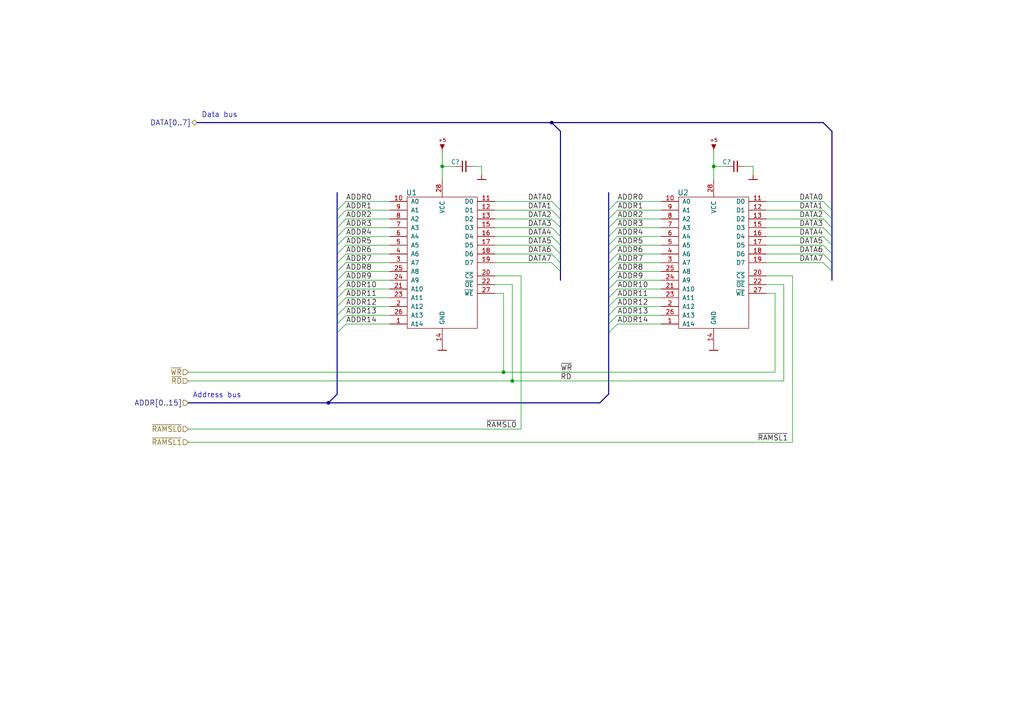
<source format=kicad_sch>
(kicad_sch (version 20211123) (generator eeschema)

  (uuid fdd41a68-206a-4076-b64a-8b7633d428d6)

  (paper "A4")

  (lib_symbols
    (symbol "artemisa:62256" (pin_names (offset 1.016)) (in_bom yes) (on_board yes)
      (property "Reference" "U" (id 0) (at -8.89 22.86 0)
        (effects (font (size 1.524 1.524)))
      )
      (property "Value" "62256" (id 1) (at 12.7 22.86 0)
        (effects (font (size 1.524 1.524)))
      )
      (property "Footprint" "" (id 2) (at 0 -3.81 0)
        (effects (font (size 1.524 1.524)) hide)
      )
      (property "Datasheet" "" (id 3) (at 0 -3.81 0)
        (effects (font (size 1.524 1.524)) hide)
      )
      (symbol "62256_0_1"
        (rectangle (start -10.16 20.32) (end 10.16 -17.78)
          (stroke (width 0) (type default) (color 0 0 0 0))
          (fill (type none))
        )
      )
      (symbol "62256_1_1"
        (pin input line (at -15.24 -16.51 0) (length 5.08)
          (name "A14" (effects (font (size 1.27 1.27))))
          (number "1" (effects (font (size 1.27 1.27))))
        )
        (pin input line (at -15.24 19.05 0) (length 5.08)
          (name "A0" (effects (font (size 1.27 1.27))))
          (number "10" (effects (font (size 1.27 1.27))))
        )
        (pin bidirectional line (at 15.24 19.05 180) (length 5.08)
          (name "D0" (effects (font (size 1.27 1.27))))
          (number "11" (effects (font (size 1.27 1.27))))
        )
        (pin bidirectional line (at 15.24 16.51 180) (length 5.08)
          (name "D1" (effects (font (size 1.27 1.27))))
          (number "12" (effects (font (size 1.27 1.27))))
        )
        (pin bidirectional line (at 15.24 13.97 180) (length 5.08)
          (name "D2" (effects (font (size 1.27 1.27))))
          (number "13" (effects (font (size 1.27 1.27))))
        )
        (pin power_in line (at 0 -22.86 90) (length 5.08)
          (name "GND" (effects (font (size 1.27 1.27))))
          (number "14" (effects (font (size 1.27 1.27))))
        )
        (pin bidirectional line (at 15.24 11.43 180) (length 5.08)
          (name "D3" (effects (font (size 1.27 1.27))))
          (number "15" (effects (font (size 1.27 1.27))))
        )
        (pin bidirectional line (at 15.24 8.89 180) (length 5.08)
          (name "D4" (effects (font (size 1.27 1.27))))
          (number "16" (effects (font (size 1.27 1.27))))
        )
        (pin bidirectional line (at 15.24 6.35 180) (length 5.08)
          (name "D5" (effects (font (size 1.27 1.27))))
          (number "17" (effects (font (size 1.27 1.27))))
        )
        (pin bidirectional line (at 15.24 3.81 180) (length 5.08)
          (name "D6" (effects (font (size 1.27 1.27))))
          (number "18" (effects (font (size 1.27 1.27))))
        )
        (pin bidirectional line (at 15.24 1.27 180) (length 5.08)
          (name "D7" (effects (font (size 1.27 1.27))))
          (number "19" (effects (font (size 1.27 1.27))))
        )
        (pin input line (at -15.24 -11.43 0) (length 5.08)
          (name "A12" (effects (font (size 1.27 1.27))))
          (number "2" (effects (font (size 1.27 1.27))))
        )
        (pin input line (at 15.24 -2.54 180) (length 5.08)
          (name "~{CS}" (effects (font (size 1.27 1.27))))
          (number "20" (effects (font (size 1.27 1.27))))
        )
        (pin input line (at -15.24 -6.35 0) (length 5.08)
          (name "A10" (effects (font (size 1.27 1.27))))
          (number "21" (effects (font (size 1.27 1.27))))
        )
        (pin input line (at 15.24 -5.08 180) (length 5.08)
          (name "~{OE}" (effects (font (size 1.27 1.27))))
          (number "22" (effects (font (size 1.27 1.27))))
        )
        (pin input line (at -15.24 -8.89 0) (length 5.08)
          (name "A11" (effects (font (size 1.27 1.27))))
          (number "23" (effects (font (size 1.27 1.27))))
        )
        (pin input line (at -15.24 -3.81 0) (length 5.08)
          (name "A9" (effects (font (size 1.27 1.27))))
          (number "24" (effects (font (size 1.27 1.27))))
        )
        (pin input line (at -15.24 -1.27 0) (length 5.08)
          (name "A8" (effects (font (size 1.27 1.27))))
          (number "25" (effects (font (size 1.27 1.27))))
        )
        (pin input line (at -15.24 -13.97 0) (length 5.08)
          (name "A13" (effects (font (size 1.27 1.27))))
          (number "26" (effects (font (size 1.27 1.27))))
        )
        (pin input line (at 15.24 -7.62 180) (length 5.08)
          (name "~{WE}" (effects (font (size 1.27 1.27))))
          (number "27" (effects (font (size 1.27 1.27))))
        )
        (pin power_in line (at 0 25.4 270) (length 5.08)
          (name "VCC" (effects (font (size 1.27 1.27))))
          (number "28" (effects (font (size 1.27 1.27))))
        )
        (pin input line (at -15.24 1.27 0) (length 5.08)
          (name "A7" (effects (font (size 1.27 1.27))))
          (number "3" (effects (font (size 1.27 1.27))))
        )
        (pin input line (at -15.24 3.81 0) (length 5.08)
          (name "A6" (effects (font (size 1.27 1.27))))
          (number "4" (effects (font (size 1.27 1.27))))
        )
        (pin input line (at -15.24 6.35 0) (length 5.08)
          (name "A5" (effects (font (size 1.27 1.27))))
          (number "5" (effects (font (size 1.27 1.27))))
        )
        (pin input line (at -15.24 8.89 0) (length 5.08)
          (name "A4" (effects (font (size 1.27 1.27))))
          (number "6" (effects (font (size 1.27 1.27))))
        )
        (pin input line (at -15.24 11.43 0) (length 5.08)
          (name "A3" (effects (font (size 1.27 1.27))))
          (number "7" (effects (font (size 1.27 1.27))))
        )
        (pin input line (at -15.24 13.97 0) (length 5.08)
          (name "A2" (effects (font (size 1.27 1.27))))
          (number "8" (effects (font (size 1.27 1.27))))
        )
        (pin input line (at -15.24 16.51 0) (length 5.08)
          (name "A1" (effects (font (size 1.27 1.27))))
          (number "9" (effects (font (size 1.27 1.27))))
        )
      )
    )
    (symbol "artemisa:Cap" (pin_numbers hide) (pin_names (offset 0.254) hide) (in_bom yes) (on_board yes)
      (property "Reference" "C" (id 0) (at 0.254 1.778 0)
        (effects (font (size 1.27 1.27)) (justify left))
      )
      (property "Value" "Cap" (id 1) (at 0.254 -2.032 0)
        (effects (font (size 1.27 1.27)) (justify left))
      )
      (property "Footprint" "" (id 2) (at 0 0 0)
        (effects (font (size 1.27 1.27)) hide)
      )
      (property "Datasheet" "" (id 3) (at 0 0 0)
        (effects (font (size 1.27 1.27)) hide)
      )
      (property "ki_fp_filters" "C_*" (id 4) (at 0 0 0)
        (effects (font (size 1.27 1.27)) hide)
      )
      (symbol "Cap_0_1"
        (polyline
          (pts
            (xy -1.524 -0.508)
            (xy 1.524 -0.508)
          )
          (stroke (width 0.3302) (type default) (color 0 0 0 0))
          (fill (type none))
        )
        (polyline
          (pts
            (xy -1.524 0.508)
            (xy 1.524 0.508)
          )
          (stroke (width 0.3048) (type default) (color 0 0 0 0))
          (fill (type none))
        )
      )
      (symbol "Cap_1_1"
        (pin passive line (at 0 2.54 270) (length 2.032)
          (name "~" (effects (font (size 1.27 1.27))))
          (number "1" (effects (font (size 1.27 1.27))))
        )
        (pin passive line (at 0 -2.54 90) (length 2.032)
          (name "~" (effects (font (size 1.27 1.27))))
          (number "2" (effects (font (size 1.27 1.27))))
        )
      )
    )
    (symbol "artemisa:GND" (power) (pin_numbers hide) (pin_names (offset 0) hide) (in_bom yes) (on_board yes)
      (property "Reference" "#PWR" (id 0) (at 0 -2.54 0)
        (effects (font (size 1.524 1.524)) hide)
      )
      (property "Value" "GND" (id 1) (at 0 2.54 0)
        (effects (font (size 1.524 1.524)) hide)
      )
      (property "Footprint" "" (id 2) (at 0 0 0)
        (effects (font (size 1.524 1.524)) hide)
      )
      (property "Datasheet" "" (id 3) (at 0 0 0)
        (effects (font (size 1.524 1.524)) hide)
      )
      (symbol "GND_0_1"
        (polyline
          (pts
            (xy -1.27 -1.27)
            (xy 1.27 -1.27)
          )
          (stroke (width 0.254) (type default) (color 0 0 0 0))
          (fill (type none))
        )
      )
      (symbol "GND_1_1"
        (pin power_in line (at 0 0 270) (length 1.27)
          (name "GND" (effects (font (size 1.27 1.27))))
          (number "~" (effects (font (size 1.27 1.27))))
        )
      )
    )
    (symbol "artemisa:VCC" (power) (pin_numbers hide) (pin_names (offset 0) hide) (in_bom yes) (on_board yes)
      (property "Reference" "#PWR" (id 0) (at 0 -1.27 0)
        (effects (font (size 1.524 1.524)) hide)
      )
      (property "Value" "VCC" (id 1) (at 0 6.35 0)
        (effects (font (size 1.524 1.524)) hide)
      )
      (property "Footprint" "" (id 2) (at 0 0 0)
        (effects (font (size 1.524 1.524)) hide)
      )
      (property "Datasheet" "" (id 3) (at 0 0 0)
        (effects (font (size 1.524 1.524)) hide)
      )
      (symbol "VCC_0_0"
        (text "+5" (at 0 3.81 0)
          (effects (font (size 1.016 1.016)))
        )
      )
      (symbol "VCC_0_1"
        (polyline
          (pts
            (xy 0 1.27)
            (xy 0.635 2.54)
            (xy -0.635 2.54)
            (xy 0 1.27)
          )
          (stroke (width 0) (type default) (color 0 0 0 0))
          (fill (type outline))
        )
      )
      (symbol "VCC_1_1"
        (pin power_in line (at 0 0 90) (length 1.27)
          (name "~" (effects (font (size 1.27 1.27))))
          (number "~" (effects (font (size 1.27 1.27))))
        )
      )
    )
  )

  (junction (at 148.59 110.49) (diameter 0) (color 0 0 0 0)
    (uuid 08fae221-7b6f-4c57-be73-6210c6206091)
  )
  (junction (at 128.27 48.26) (diameter 0) (color 0 0 0 0)
    (uuid 5a5b7060-983c-4989-878e-3126720e998d)
  )
  (junction (at 146.05 107.95) (diameter 0) (color 0 0 0 0)
    (uuid 8fa4f87a-9012-4f6f-a6c0-ec1c5f716184)
  )
  (junction (at 207.01 48.26) (diameter 0) (color 0 0 0 0)
    (uuid a0af1aa5-82ff-4825-8836-86496e7db65f)
  )
  (junction (at 95.25 116.84) (diameter 0) (color 0 0 0 0)
    (uuid e4195b8f-3996-4a59-b6a1-76534a4e174b)
  )
  (junction (at 160.02 35.56) (diameter 0) (color 0 0 0 0)
    (uuid e8cea180-3543-4ce6-acfb-619197762cfc)
  )

  (bus_entry (at 176.53 86.36) (size 2.54 -2.54)
    (stroke (width 0) (type default) (color 0 0 0 0))
    (uuid 01caafb3-af8a-4642-870c-c290b286d040)
  )
  (bus_entry (at 97.79 73.66) (size 2.54 -2.54)
    (stroke (width 0) (type default) (color 0 0 0 0))
    (uuid 04868f85-bc69-4fa9-8e62-d78ffe5ae58e)
  )
  (bus_entry (at 176.53 83.82) (size 2.54 -2.54)
    (stroke (width 0) (type default) (color 0 0 0 0))
    (uuid 0648b195-3f37-49a2-a952-4c5886b521de)
  )
  (bus_entry (at 160.02 76.2) (size 2.54 2.54)
    (stroke (width 0) (type default) (color 0 0 0 0))
    (uuid 0c345fc5-964b-48c0-9452-55507c868edc)
  )
  (bus_entry (at 238.76 76.2) (size 2.54 2.54)
    (stroke (width 0) (type default) (color 0 0 0 0))
    (uuid 1b8d5810-67b5-41f5-a4e9-e6c2cc9fec50)
  )
  (bus_entry (at 162.56 60.96) (size -2.54 -2.54)
    (stroke (width 0) (type default) (color 0 0 0 0))
    (uuid 224e8890-cdee-45fd-bd2e-64fe49c2de75)
  )
  (bus_entry (at 241.3 63.5) (size -2.54 -2.54)
    (stroke (width 0) (type default) (color 0 0 0 0))
    (uuid 24fbbd33-4896-414c-ba79-167809dd0e90)
  )
  (bus_entry (at 97.79 78.74) (size 2.54 -2.54)
    (stroke (width 0) (type default) (color 0 0 0 0))
    (uuid 2792ed93-89db-4e51-99ff-281323e776eb)
  )
  (bus_entry (at 241.3 66.04) (size -2.54 -2.54)
    (stroke (width 0) (type default) (color 0 0 0 0))
    (uuid 2be498d5-e7b2-4098-b853-d60412f65c3b)
  )
  (bus_entry (at 176.53 81.28) (size 2.54 -2.54)
    (stroke (width 0) (type default) (color 0 0 0 0))
    (uuid 2ca148b4-658e-4a63-ab5c-2e293c8a2284)
  )
  (bus_entry (at 241.3 76.2) (size -2.54 -2.54)
    (stroke (width 0) (type default) (color 0 0 0 0))
    (uuid 2f8dfa45-14b0-4de4-b3b0-e7b73da81a0a)
  )
  (bus_entry (at 97.79 68.58) (size 2.54 -2.54)
    (stroke (width 0) (type default) (color 0 0 0 0))
    (uuid 335263d3-7e35-4a9c-83c2-cd71d45f0688)
  )
  (bus_entry (at 97.79 60.96) (size 2.54 -2.54)
    (stroke (width 0) (type default) (color 0 0 0 0))
    (uuid 33b48673-c959-4510-b6fa-fd3f7bdb00fd)
  )
  (bus_entry (at 176.53 91.44) (size 2.54 -2.54)
    (stroke (width 0) (type default) (color 0 0 0 0))
    (uuid 33b6dbe8-d555-4f35-a63c-27c75fa09ca7)
  )
  (bus_entry (at 176.53 76.2) (size 2.54 -2.54)
    (stroke (width 0) (type default) (color 0 0 0 0))
    (uuid 3662e68b-207e-47a3-930c-038dfd8202b6)
  )
  (bus_entry (at 97.79 76.2) (size 2.54 -2.54)
    (stroke (width 0) (type default) (color 0 0 0 0))
    (uuid 4102ae0e-3d75-40cd-957b-0b4db5d3f5ee)
  )
  (bus_entry (at 162.56 66.04) (size -2.54 -2.54)
    (stroke (width 0) (type default) (color 0 0 0 0))
    (uuid 4612f9f0-1343-4ba7-94dd-7d3e9fc08dad)
  )
  (bus_entry (at 162.56 68.58) (size -2.54 -2.54)
    (stroke (width 0) (type default) (color 0 0 0 0))
    (uuid 4b3cefd2-e7d7-4d25-8bb9-37548c3e8b03)
  )
  (bus_entry (at 179.07 93.98) (size -2.54 2.54)
    (stroke (width 0) (type default) (color 0 0 0 0))
    (uuid 56801e6d-c4ab-4f7b-8289-2119a52fa227)
  )
  (bus_entry (at 176.53 71.12) (size 2.54 -2.54)
    (stroke (width 0) (type default) (color 0 0 0 0))
    (uuid 58c4b7f1-3bfe-4269-af43-3ce726a108d9)
  )
  (bus_entry (at 176.53 73.66) (size 2.54 -2.54)
    (stroke (width 0) (type default) (color 0 0 0 0))
    (uuid 5a29cdb1-72f4-490b-b940-70ed3bd8dac4)
  )
  (bus_entry (at 162.56 71.12) (size -2.54 -2.54)
    (stroke (width 0) (type default) (color 0 0 0 0))
    (uuid 6d401fdd-c1f6-4321-96c4-4843b6143be9)
  )
  (bus_entry (at 176.53 88.9) (size 2.54 -2.54)
    (stroke (width 0) (type default) (color 0 0 0 0))
    (uuid 74d2d2c1-d0d5-412f-ab06-bb67df0a3900)
  )
  (bus_entry (at 241.3 73.66) (size -2.54 -2.54)
    (stroke (width 0) (type default) (color 0 0 0 0))
    (uuid 84282cc7-416d-48c2-ae9f-c0149b35065e)
  )
  (bus_entry (at 97.79 83.82) (size 2.54 -2.54)
    (stroke (width 0) (type default) (color 0 0 0 0))
    (uuid 84315919-677c-4909-a747-2c92c96d5870)
  )
  (bus_entry (at 176.53 63.5) (size 2.54 -2.54)
    (stroke (width 0) (type default) (color 0 0 0 0))
    (uuid 8f2a6709-854c-4caf-959b-d289d2962128)
  )
  (bus_entry (at 97.79 88.9) (size 2.54 -2.54)
    (stroke (width 0) (type default) (color 0 0 0 0))
    (uuid 90207e9d-650a-4c45-b7d5-e506cc85537d)
  )
  (bus_entry (at 162.56 76.2) (size -2.54 -2.54)
    (stroke (width 0) (type default) (color 0 0 0 0))
    (uuid 90671817-460f-456a-a6e3-6cfa468bea55)
  )
  (bus_entry (at 176.53 78.74) (size 2.54 -2.54)
    (stroke (width 0) (type default) (color 0 0 0 0))
    (uuid 95376300-f16d-43b2-b149-df8f49eb2782)
  )
  (bus_entry (at 97.79 71.12) (size 2.54 -2.54)
    (stroke (width 0) (type default) (color 0 0 0 0))
    (uuid 9a88d63d-f7e5-416d-9807-a8e942aef287)
  )
  (bus_entry (at 97.79 66.04) (size 2.54 -2.54)
    (stroke (width 0) (type default) (color 0 0 0 0))
    (uuid a17368fb-646b-4ffd-9057-0994609f8a46)
  )
  (bus_entry (at 241.3 60.96) (size -2.54 -2.54)
    (stroke (width 0) (type default) (color 0 0 0 0))
    (uuid a281de60-7af0-498c-be0b-24572e88b490)
  )
  (bus_entry (at 176.53 68.58) (size 2.54 -2.54)
    (stroke (width 0) (type default) (color 0 0 0 0))
    (uuid a8b5a69a-24fc-4f3a-af15-1ced0fb0d73b)
  )
  (bus_entry (at 97.79 93.98) (size 2.54 -2.54)
    (stroke (width 0) (type default) (color 0 0 0 0))
    (uuid a8cdda0e-7b06-4b92-8078-341b4e32614a)
  )
  (bus_entry (at 97.79 63.5) (size 2.54 -2.54)
    (stroke (width 0) (type default) (color 0 0 0 0))
    (uuid ad2d033c-4040-4813-b5da-82cf827f9d86)
  )
  (bus_entry (at 176.53 66.04) (size 2.54 -2.54)
    (stroke (width 0) (type default) (color 0 0 0 0))
    (uuid b830f01d-0d9c-451a-9ac4-3e5744deb516)
  )
  (bus_entry (at 241.3 68.58) (size -2.54 -2.54)
    (stroke (width 0) (type default) (color 0 0 0 0))
    (uuid c2f8c49f-d49f-49e2-940a-a7b9765ffdf0)
  )
  (bus_entry (at 100.33 93.98) (size -2.54 2.54)
    (stroke (width 0) (type default) (color 0 0 0 0))
    (uuid c78d97f4-1d1b-46c3-bcbb-8424944a8978)
  )
  (bus_entry (at 97.79 81.28) (size 2.54 -2.54)
    (stroke (width 0) (type default) (color 0 0 0 0))
    (uuid cd8c6c53-febf-40c1-af77-5373add0fde7)
  )
  (bus_entry (at 176.53 60.96) (size 2.54 -2.54)
    (stroke (width 0) (type default) (color 0 0 0 0))
    (uuid cf06bbbc-3fa0-42b7-9a99-642ec3689891)
  )
  (bus_entry (at 97.79 91.44) (size 2.54 -2.54)
    (stroke (width 0) (type default) (color 0 0 0 0))
    (uuid d6cc98ff-7d68-4734-afa1-c7dd225e08d3)
  )
  (bus_entry (at 241.3 71.12) (size -2.54 -2.54)
    (stroke (width 0) (type default) (color 0 0 0 0))
    (uuid eb79b938-dc23-4503-beb0-3634b653c9e4)
  )
  (bus_entry (at 162.56 73.66) (size -2.54 -2.54)
    (stroke (width 0) (type default) (color 0 0 0 0))
    (uuid ef3c2ca7-fcc8-4cff-8fc1-0c762aa25455)
  )
  (bus_entry (at 97.79 86.36) (size 2.54 -2.54)
    (stroke (width 0) (type default) (color 0 0 0 0))
    (uuid efd79052-e146-4d61-9e0a-ba764a5a966b)
  )
  (bus_entry (at 176.53 93.98) (size 2.54 -2.54)
    (stroke (width 0) (type default) (color 0 0 0 0))
    (uuid f0d5ae26-c535-4a37-9220-b3d08bfeda2f)
  )
  (bus_entry (at 162.56 63.5) (size -2.54 -2.54)
    (stroke (width 0) (type default) (color 0 0 0 0))
    (uuid fe2b05f5-675b-44d0-956c-c5829b7c692a)
  )

  (wire (pts (xy 207.01 48.26) (xy 207.01 52.07))
    (stroke (width 0) (type default) (color 0 0 0 0))
    (uuid 01106a52-6b7d-40fd-b165-c927be1f6a1d)
  )
  (bus (pts (xy 176.53 96.52) (xy 176.53 114.3))
    (stroke (width 0) (type default) (color 0 0 0 0))
    (uuid 0536025a-6414-4951-bfd6-905537685d7e)
  )
  (bus (pts (xy 97.79 91.44) (xy 97.79 93.98))
    (stroke (width 0) (type default) (color 0 0 0 0))
    (uuid 05a60061-f69f-4cf0-982b-3b600d194cef)
  )
  (bus (pts (xy 97.79 63.5) (xy 97.79 66.04))
    (stroke (width 0) (type default) (color 0 0 0 0))
    (uuid 0693453a-34c3-4bfd-b360-f7994c4e507f)
  )

  (wire (pts (xy 191.77 88.9) (xy 179.07 88.9))
    (stroke (width 0) (type default) (color 0 0 0 0))
    (uuid 077985bd-c8a6-43b8-af30-1141a8334306)
  )
  (wire (pts (xy 238.76 66.04) (xy 222.25 66.04))
    (stroke (width 0) (type default) (color 0 0 0 0))
    (uuid 07838c19-bdee-4759-9a7b-a62a5deb9737)
  )
  (bus (pts (xy 54.61 116.84) (xy 95.25 116.84))
    (stroke (width 0) (type default) (color 0 0 0 0))
    (uuid 082621c8-b51d-48fd-937c-afceb255b94e)
  )
  (bus (pts (xy 162.56 71.12) (xy 162.56 73.66))
    (stroke (width 0) (type default) (color 0 0 0 0))
    (uuid 0d525ad4-3f7e-4e8e-b572-5aed774da48c)
  )

  (wire (pts (xy 224.79 107.95) (xy 224.79 85.09))
    (stroke (width 0) (type default) (color 0 0 0 0))
    (uuid 0e852933-f119-4b7f-a503-b829e02656a9)
  )
  (wire (pts (xy 113.03 88.9) (xy 100.33 88.9))
    (stroke (width 0) (type default) (color 0 0 0 0))
    (uuid 0f6b89db-12ed-4dac-b3ce-819a49798117)
  )
  (wire (pts (xy 160.02 66.04) (xy 143.51 66.04))
    (stroke (width 0) (type default) (color 0 0 0 0))
    (uuid 138f5600-7fba-4219-9f21-9ce4066a1d82)
  )
  (wire (pts (xy 238.76 73.66) (xy 222.25 73.66))
    (stroke (width 0) (type default) (color 0 0 0 0))
    (uuid 18ee575f-d41e-4a26-ac0a-b229112d8877)
  )
  (wire (pts (xy 54.61 124.46) (xy 151.13 124.46))
    (stroke (width 0) (type default) (color 0 0 0 0))
    (uuid 1ed7574f-dfd9-48ef-889b-e65459b62f49)
  )
  (bus (pts (xy 97.79 81.28) (xy 97.79 83.82))
    (stroke (width 0) (type default) (color 0 0 0 0))
    (uuid 227f15c7-95b9-498e-a2ac-436548e5f17f)
  )

  (wire (pts (xy 54.61 128.27) (xy 229.87 128.27))
    (stroke (width 0) (type default) (color 0 0 0 0))
    (uuid 27b32d30-a0e6-48e4-8f63-c61987047d29)
  )
  (wire (pts (xy 100.33 83.82) (xy 113.03 83.82))
    (stroke (width 0) (type default) (color 0 0 0 0))
    (uuid 2a507df7-40c5-4523-b0fd-269cea55efb9)
  )
  (wire (pts (xy 238.76 71.12) (xy 222.25 71.12))
    (stroke (width 0) (type default) (color 0 0 0 0))
    (uuid 2aabebab-10c6-4637-946b-cda31980f550)
  )
  (bus (pts (xy 176.53 71.12) (xy 176.53 73.66))
    (stroke (width 0) (type default) (color 0 0 0 0))
    (uuid 2ba2153f-5796-496f-8155-2ce7ede27b36)
  )
  (bus (pts (xy 95.25 116.84) (xy 173.99 116.84))
    (stroke (width 0) (type default) (color 0 0 0 0))
    (uuid 2c203647-e05b-47b1-926f-f043cd026bbe)
  )
  (bus (pts (xy 176.53 81.28) (xy 176.53 83.82))
    (stroke (width 0) (type default) (color 0 0 0 0))
    (uuid 30a8d4e5-202c-4d57-80d8-c5f2ad3ce2dd)
  )
  (bus (pts (xy 97.79 60.96) (xy 97.79 63.5))
    (stroke (width 0) (type default) (color 0 0 0 0))
    (uuid 3258ef2e-7dfd-4b7b-a84c-a8f03af613a6)
  )

  (wire (pts (xy 222.25 76.2) (xy 238.76 76.2))
    (stroke (width 0) (type default) (color 0 0 0 0))
    (uuid 3381b763-2886-4e76-a243-cbcc2ec8a032)
  )
  (bus (pts (xy 176.53 88.9) (xy 176.53 91.44))
    (stroke (width 0) (type default) (color 0 0 0 0))
    (uuid 35328af0-2bbe-4eda-b255-c9bb9c6e435e)
  )

  (wire (pts (xy 218.44 50.8) (xy 218.44 48.26))
    (stroke (width 0) (type default) (color 0 0 0 0))
    (uuid 3785db90-bbe9-4018-bab6-3a4673f84f27)
  )
  (bus (pts (xy 176.53 83.82) (xy 176.53 86.36))
    (stroke (width 0) (type default) (color 0 0 0 0))
    (uuid 39f69e4c-3d98-4642-8cee-de7f9bf86b5e)
  )

  (wire (pts (xy 113.03 66.04) (xy 100.33 66.04))
    (stroke (width 0) (type default) (color 0 0 0 0))
    (uuid 3a362cc7-5245-4ed2-8f66-3a6d74eaba39)
  )
  (wire (pts (xy 179.07 91.44) (xy 191.77 91.44))
    (stroke (width 0) (type default) (color 0 0 0 0))
    (uuid 3c3e78d8-62d7-4020-ae7c-c489234b27d5)
  )
  (wire (pts (xy 179.07 68.58) (xy 191.77 68.58))
    (stroke (width 0) (type default) (color 0 0 0 0))
    (uuid 3d8ae180-8beb-4868-96bd-080dbdab2951)
  )
  (wire (pts (xy 143.51 85.09) (xy 146.05 85.09))
    (stroke (width 0) (type default) (color 0 0 0 0))
    (uuid 3eee2221-7af9-4d6a-ba79-a48c3fd1ac35)
  )
  (bus (pts (xy 97.79 76.2) (xy 97.79 78.74))
    (stroke (width 0) (type default) (color 0 0 0 0))
    (uuid 3f70786c-51ba-4695-9a71-96452e835d07)
  )

  (wire (pts (xy 222.25 58.42) (xy 238.76 58.42))
    (stroke (width 0) (type default) (color 0 0 0 0))
    (uuid 4221b138-87b6-4073-a6e3-acb41ba2e601)
  )
  (wire (pts (xy 139.7 50.8) (xy 139.7 48.26))
    (stroke (width 0) (type default) (color 0 0 0 0))
    (uuid 42795956-f125-4166-860d-4316fe3791b8)
  )
  (bus (pts (xy 176.53 55.88) (xy 176.53 60.96))
    (stroke (width 0) (type default) (color 0 0 0 0))
    (uuid 430cb5a0-6865-46d0-be60-5d722d3e8d80)
  )
  (bus (pts (xy 97.79 73.66) (xy 97.79 76.2))
    (stroke (width 0) (type default) (color 0 0 0 0))
    (uuid 437250d9-eb22-42a7-a0ee-f2e6a9628e2b)
  )

  (wire (pts (xy 143.51 82.55) (xy 148.59 82.55))
    (stroke (width 0) (type default) (color 0 0 0 0))
    (uuid 44c331f8-33e4-4ba1-bb1e-3071cc175bfd)
  )
  (bus (pts (xy 97.79 93.98) (xy 97.79 96.52))
    (stroke (width 0) (type default) (color 0 0 0 0))
    (uuid 4eae949d-97a9-49f3-9fbc-cba93e4e519c)
  )

  (wire (pts (xy 143.51 63.5) (xy 160.02 63.5))
    (stroke (width 0) (type default) (color 0 0 0 0))
    (uuid 4ff71e44-dddb-450e-9f6f-fe3947968fd4)
  )
  (wire (pts (xy 128.27 48.26) (xy 132.08 48.26))
    (stroke (width 0) (type default) (color 0 0 0 0))
    (uuid 50d092a1-cb48-4b36-9419-53ddb3f8fa14)
  )
  (bus (pts (xy 176.53 60.96) (xy 176.53 63.5))
    (stroke (width 0) (type default) (color 0 0 0 0))
    (uuid 53c3dfa0-4629-47d5-b909-4a3f4eb869c5)
  )
  (bus (pts (xy 97.79 86.36) (xy 97.79 88.9))
    (stroke (width 0) (type default) (color 0 0 0 0))
    (uuid 550e0f79-ef9f-4d36-adf7-81e26d574c59)
  )

  (wire (pts (xy 179.07 63.5) (xy 191.77 63.5))
    (stroke (width 0) (type default) (color 0 0 0 0))
    (uuid 55870dc1-a751-4fb1-a7eb-fe844b64659b)
  )
  (wire (pts (xy 160.02 71.12) (xy 143.51 71.12))
    (stroke (width 0) (type default) (color 0 0 0 0))
    (uuid 5b86cb50-e2ef-475e-93e3-77fea6b5a690)
  )
  (bus (pts (xy 162.56 66.04) (xy 162.56 68.58))
    (stroke (width 0) (type default) (color 0 0 0 0))
    (uuid 5e1594bb-0ff8-4379-a06e-7271e78563fe)
  )
  (bus (pts (xy 160.02 35.56) (xy 238.76 35.56))
    (stroke (width 0) (type default) (color 0 0 0 0))
    (uuid 5eb84820-20c2-41bf-a1a2-820c66368a1f)
  )
  (bus (pts (xy 162.56 78.74) (xy 162.56 81.28))
    (stroke (width 0) (type default) (color 0 0 0 0))
    (uuid 602a1461-f2fc-4f38-9213-73e41c428934)
  )

  (wire (pts (xy 54.61 107.95) (xy 146.05 107.95))
    (stroke (width 0) (type default) (color 0 0 0 0))
    (uuid 6150d77e-0e79-4609-a9ad-f39ba34a63b4)
  )
  (wire (pts (xy 229.87 80.01) (xy 229.87 128.27))
    (stroke (width 0) (type default) (color 0 0 0 0))
    (uuid 6476e233-d260-45fe-84d2-9ade7d0003a0)
  )
  (bus (pts (xy 162.56 73.66) (xy 162.56 76.2))
    (stroke (width 0) (type default) (color 0 0 0 0))
    (uuid 64c39fd2-36c7-4cd2-b0b8-1a1e70b12069)
  )
  (bus (pts (xy 176.53 68.58) (xy 176.53 71.12))
    (stroke (width 0) (type default) (color 0 0 0 0))
    (uuid 6face538-98d0-40ae-a653-e8999ce4e018)
  )

  (wire (pts (xy 160.02 73.66) (xy 143.51 73.66))
    (stroke (width 0) (type default) (color 0 0 0 0))
    (uuid 7167e0fb-15b0-446d-969c-ecf63e50097d)
  )
  (bus (pts (xy 162.56 38.1) (xy 162.56 60.96))
    (stroke (width 0) (type default) (color 0 0 0 0))
    (uuid 728dda43-38f9-4d13-b2a9-59e599c86d99)
  )

  (wire (pts (xy 227.33 82.55) (xy 222.25 82.55))
    (stroke (width 0) (type default) (color 0 0 0 0))
    (uuid 73486422-c87a-4ad4-8fe5-a3ffc70cb20a)
  )
  (bus (pts (xy 241.3 66.04) (xy 241.3 68.58))
    (stroke (width 0) (type default) (color 0 0 0 0))
    (uuid 74a79877-8958-41da-8944-562e6bba6c01)
  )

  (wire (pts (xy 179.07 73.66) (xy 191.77 73.66))
    (stroke (width 0) (type default) (color 0 0 0 0))
    (uuid 75f982a1-6ab8-4209-a4a8-58e41c3ce9c1)
  )
  (wire (pts (xy 191.77 71.12) (xy 179.07 71.12))
    (stroke (width 0) (type default) (color 0 0 0 0))
    (uuid 7a4a5c0e-c639-4f33-aa7f-cf5502abd572)
  )
  (wire (pts (xy 229.87 80.01) (xy 222.25 80.01))
    (stroke (width 0) (type default) (color 0 0 0 0))
    (uuid 7b694997-43fc-41fd-818b-681c539b1571)
  )
  (wire (pts (xy 179.07 83.82) (xy 191.77 83.82))
    (stroke (width 0) (type default) (color 0 0 0 0))
    (uuid 7badec54-dd0c-405a-acf1-25eff9460213)
  )
  (wire (pts (xy 100.33 86.36) (xy 113.03 86.36))
    (stroke (width 0) (type default) (color 0 0 0 0))
    (uuid 7d283b62-f314-41a0-b56b-d307f2ebfa85)
  )
  (bus (pts (xy 241.3 73.66) (xy 241.3 76.2))
    (stroke (width 0) (type default) (color 0 0 0 0))
    (uuid 7d393522-d44b-4d20-8f0b-b7142987aa89)
  )

  (wire (pts (xy 222.25 63.5) (xy 238.76 63.5))
    (stroke (width 0) (type default) (color 0 0 0 0))
    (uuid 833beff7-0439-4b25-8f23-ed949f699ed1)
  )
  (bus (pts (xy 241.3 60.96) (xy 241.3 63.5))
    (stroke (width 0) (type default) (color 0 0 0 0))
    (uuid 8416cc67-e5d6-41f8-bce2-3d8fbd36986b)
  )

  (wire (pts (xy 113.03 81.28) (xy 100.33 81.28))
    (stroke (width 0) (type default) (color 0 0 0 0))
    (uuid 845f389f-ac5c-4af4-aa4f-3b1355707a5f)
  )
  (wire (pts (xy 148.59 110.49) (xy 227.33 110.49))
    (stroke (width 0) (type default) (color 0 0 0 0))
    (uuid 85a22866-16c5-4384-bc0b-22ed5b68a467)
  )
  (wire (pts (xy 54.61 110.49) (xy 148.59 110.49))
    (stroke (width 0) (type default) (color 0 0 0 0))
    (uuid 86a34ff8-9697-4394-b32e-9c903027c8af)
  )
  (wire (pts (xy 100.33 91.44) (xy 113.03 91.44))
    (stroke (width 0) (type default) (color 0 0 0 0))
    (uuid 87110cd9-2ac8-40e0-9e87-2e8196cde92a)
  )
  (bus (pts (xy 162.56 63.5) (xy 162.56 66.04))
    (stroke (width 0) (type default) (color 0 0 0 0))
    (uuid 895c2a55-d35b-4bc4-9770-a708d43f72ca)
  )
  (bus (pts (xy 97.79 114.3) (xy 95.25 116.84))
    (stroke (width 0) (type default) (color 0 0 0 0))
    (uuid 8ae55606-cfbf-467b-98ad-b305173bd9ee)
  )

  (wire (pts (xy 191.77 81.28) (xy 179.07 81.28))
    (stroke (width 0) (type default) (color 0 0 0 0))
    (uuid 946b1da9-be3d-46a5-8490-1a85862f3b88)
  )
  (wire (pts (xy 238.76 60.96) (xy 222.25 60.96))
    (stroke (width 0) (type default) (color 0 0 0 0))
    (uuid 965bc598-5f52-4615-847f-179635cd5cde)
  )
  (wire (pts (xy 224.79 85.09) (xy 222.25 85.09))
    (stroke (width 0) (type default) (color 0 0 0 0))
    (uuid 96cc7009-e5c2-4181-9848-d145b9196cc4)
  )
  (bus (pts (xy 176.53 93.98) (xy 176.53 96.52))
    (stroke (width 0) (type default) (color 0 0 0 0))
    (uuid 97d7f8c9-b0b4-436a-9b5e-5ccb959ea185)
  )

  (wire (pts (xy 191.77 93.98) (xy 179.07 93.98))
    (stroke (width 0) (type default) (color 0 0 0 0))
    (uuid 9caefee8-6dcd-4815-b6e5-c75999fb9c90)
  )
  (bus (pts (xy 176.53 114.3) (xy 173.99 116.84))
    (stroke (width 0) (type default) (color 0 0 0 0))
    (uuid 9da855b0-f953-4d94-ac15-68c62fcf943f)
  )
  (bus (pts (xy 97.79 71.12) (xy 97.79 73.66))
    (stroke (width 0) (type default) (color 0 0 0 0))
    (uuid 9dbd9e26-9782-45c4-9403-4d72b07f29de)
  )
  (bus (pts (xy 176.53 76.2) (xy 176.53 78.74))
    (stroke (width 0) (type default) (color 0 0 0 0))
    (uuid 9f5edf3b-5178-43d3-aa8f-02c9bfd2d660)
  )
  (bus (pts (xy 97.79 55.88) (xy 97.79 60.96))
    (stroke (width 0) (type default) (color 0 0 0 0))
    (uuid a1441258-3477-4706-8540-9e88ae0dac49)
  )
  (bus (pts (xy 57.15 35.56) (xy 160.02 35.56))
    (stroke (width 0) (type default) (color 0 0 0 0))
    (uuid a65cad0c-0ef1-4ea5-a965-4eae7ac1f6af)
  )

  (wire (pts (xy 238.76 68.58) (xy 222.25 68.58))
    (stroke (width 0) (type default) (color 0 0 0 0))
    (uuid a6d1221a-1077-412d-8a73-7025f9b4ca20)
  )
  (wire (pts (xy 151.13 80.01) (xy 151.13 124.46))
    (stroke (width 0) (type default) (color 0 0 0 0))
    (uuid a8333ca2-6919-4fe3-9f28-bacc852923df)
  )
  (wire (pts (xy 179.07 78.74) (xy 191.77 78.74))
    (stroke (width 0) (type default) (color 0 0 0 0))
    (uuid ad541cb2-f097-4769-b1c0-c1cca23ca9bd)
  )
  (bus (pts (xy 241.3 63.5) (xy 241.3 66.04))
    (stroke (width 0) (type default) (color 0 0 0 0))
    (uuid afcd91b3-4753-4f50-890c-aed354e976e6)
  )

  (wire (pts (xy 113.03 60.96) (xy 100.33 60.96))
    (stroke (width 0) (type default) (color 0 0 0 0))
    (uuid b03cb553-3709-44f5-9a1e-0bd7ca2daf93)
  )
  (wire (pts (xy 100.33 58.42) (xy 113.03 58.42))
    (stroke (width 0) (type default) (color 0 0 0 0))
    (uuid b2fcabdc-443d-41f9-9892-34509b22b3c4)
  )
  (wire (pts (xy 146.05 107.95) (xy 224.79 107.95))
    (stroke (width 0) (type default) (color 0 0 0 0))
    (uuid b4203b01-a27f-440d-ad64-759637213d6e)
  )
  (wire (pts (xy 160.02 68.58) (xy 143.51 68.58))
    (stroke (width 0) (type default) (color 0 0 0 0))
    (uuid b5691874-e380-4013-b466-13948504ae2f)
  )
  (wire (pts (xy 191.77 76.2) (xy 179.07 76.2))
    (stroke (width 0) (type default) (color 0 0 0 0))
    (uuid b5b863ac-a506-4b3e-baa9-6daff41ac83f)
  )
  (bus (pts (xy 162.56 76.2) (xy 162.56 78.74))
    (stroke (width 0) (type default) (color 0 0 0 0))
    (uuid b64d922b-f1cc-4940-96f6-60cbefb80766)
  )

  (wire (pts (xy 100.33 73.66) (xy 113.03 73.66))
    (stroke (width 0) (type default) (color 0 0 0 0))
    (uuid b6a3e709-356a-4a55-ac00-07ba73afac37)
  )
  (bus (pts (xy 97.79 68.58) (xy 97.79 71.12))
    (stroke (width 0) (type default) (color 0 0 0 0))
    (uuid b7148d4c-a9db-4405-915a-b55a0c6f6c34)
  )
  (bus (pts (xy 241.3 76.2) (xy 241.3 78.74))
    (stroke (width 0) (type default) (color 0 0 0 0))
    (uuid b7bae9c8-4fed-4c69-a28c-182e2480bcdb)
  )

  (wire (pts (xy 113.03 76.2) (xy 100.33 76.2))
    (stroke (width 0) (type default) (color 0 0 0 0))
    (uuid ba3f68df-a80d-4363-9b28-2b49507e87bd)
  )
  (bus (pts (xy 97.79 96.52) (xy 97.79 114.3))
    (stroke (width 0) (type default) (color 0 0 0 0))
    (uuid bc94524b-c378-44e8-acce-7c1ac0292375)
  )
  (bus (pts (xy 241.3 38.1) (xy 238.76 35.56))
    (stroke (width 0) (type default) (color 0 0 0 0))
    (uuid c04e50f2-d5aa-4a23-a606-4b4ca7d7a313)
  )

  (wire (pts (xy 143.51 76.2) (xy 160.02 76.2))
    (stroke (width 0) (type default) (color 0 0 0 0))
    (uuid c25b90aa-c787-46a1-8b80-e5b9fd45039a)
  )
  (wire (pts (xy 148.59 82.55) (xy 148.59 110.49))
    (stroke (width 0) (type default) (color 0 0 0 0))
    (uuid c6d0e6be-376d-4beb-9794-508920a2265a)
  )
  (wire (pts (xy 139.7 48.26) (xy 137.16 48.26))
    (stroke (width 0) (type default) (color 0 0 0 0))
    (uuid c7699973-e377-4c8c-8edc-6474ca187ece)
  )
  (wire (pts (xy 146.05 85.09) (xy 146.05 107.95))
    (stroke (width 0) (type default) (color 0 0 0 0))
    (uuid ca2c6135-06b9-49ec-b90b-71e52fd66fd1)
  )
  (bus (pts (xy 241.3 78.74) (xy 241.3 81.28))
    (stroke (width 0) (type default) (color 0 0 0 0))
    (uuid ca677453-09f3-4d39-9e39-a44be56569d9)
  )

  (wire (pts (xy 113.03 71.12) (xy 100.33 71.12))
    (stroke (width 0) (type default) (color 0 0 0 0))
    (uuid cac6ef5d-79dc-46ad-ba83-77cb1377c287)
  )
  (bus (pts (xy 97.79 83.82) (xy 97.79 86.36))
    (stroke (width 0) (type default) (color 0 0 0 0))
    (uuid cce66d06-ed54-4eae-867a-a3f52946556d)
  )
  (bus (pts (xy 162.56 68.58) (xy 162.56 71.12))
    (stroke (width 0) (type default) (color 0 0 0 0))
    (uuid cd568267-8fa9-414e-ae44-a717296573c5)
  )

  (wire (pts (xy 151.13 80.01) (xy 143.51 80.01))
    (stroke (width 0) (type default) (color 0 0 0 0))
    (uuid cdf69da0-bf1d-48b6-92e4-7b762bd4454d)
  )
  (wire (pts (xy 128.27 44.45) (xy 128.27 48.26))
    (stroke (width 0) (type default) (color 0 0 0 0))
    (uuid ceb65f05-08ce-47e9-8a7e-aa1335099416)
  )
  (bus (pts (xy 162.56 60.96) (xy 162.56 63.5))
    (stroke (width 0) (type default) (color 0 0 0 0))
    (uuid d7d96405-8ab4-4875-86e3-09261d23b5fe)
  )

  (wire (pts (xy 207.01 44.45) (xy 207.01 48.26))
    (stroke (width 0) (type default) (color 0 0 0 0))
    (uuid d7fccf28-3bfa-4b51-bf91-5d4755a0686e)
  )
  (wire (pts (xy 113.03 93.98) (xy 100.33 93.98))
    (stroke (width 0) (type default) (color 0 0 0 0))
    (uuid da710602-5c6f-4ba5-b461-48eb0116bbbe)
  )
  (bus (pts (xy 176.53 63.5) (xy 176.53 66.04))
    (stroke (width 0) (type default) (color 0 0 0 0))
    (uuid dafa8fd1-c18d-4c85-9433-2b8c8008bb67)
  )
  (bus (pts (xy 97.79 66.04) (xy 97.79 68.58))
    (stroke (width 0) (type default) (color 0 0 0 0))
    (uuid db1fd106-5c41-422b-b451-e2c7dd2c942d)
  )
  (bus (pts (xy 97.79 78.74) (xy 97.79 81.28))
    (stroke (width 0) (type default) (color 0 0 0 0))
    (uuid de097fb4-477c-417d-bbd4-baadec4de0d9)
  )
  (bus (pts (xy 162.56 38.1) (xy 160.02 35.56))
    (stroke (width 0) (type default) (color 0 0 0 0))
    (uuid de589fca-e528-4d9d-88c3-9fb59d406d80)
  )

  (wire (pts (xy 227.33 110.49) (xy 227.33 82.55))
    (stroke (width 0) (type default) (color 0 0 0 0))
    (uuid e208ea3a-d990-4992-b395-c95b18b77f83)
  )
  (bus (pts (xy 176.53 78.74) (xy 176.53 81.28))
    (stroke (width 0) (type default) (color 0 0 0 0))
    (uuid e2d0f7de-130f-45fe-8137-c98d54977ba1)
  )

  (wire (pts (xy 143.51 58.42) (xy 160.02 58.42))
    (stroke (width 0) (type default) (color 0 0 0 0))
    (uuid e3877396-3ff6-4b1d-9715-0d1a70961579)
  )
  (wire (pts (xy 179.07 58.42) (xy 191.77 58.42))
    (stroke (width 0) (type default) (color 0 0 0 0))
    (uuid e419300a-5404-42ba-8c9b-e8cd5066ac8e)
  )
  (bus (pts (xy 176.53 73.66) (xy 176.53 76.2))
    (stroke (width 0) (type default) (color 0 0 0 0))
    (uuid e65316a3-9c56-496e-85b2-f924401c4d9f)
  )
  (bus (pts (xy 176.53 91.44) (xy 176.53 93.98))
    (stroke (width 0) (type default) (color 0 0 0 0))
    (uuid e794ab59-7bcd-4983-8681-ae56dc6f451c)
  )

  (wire (pts (xy 218.44 48.26) (xy 215.9 48.26))
    (stroke (width 0) (type default) (color 0 0 0 0))
    (uuid e8e23712-f080-4685-ae22-9028780f7b13)
  )
  (wire (pts (xy 191.77 60.96) (xy 179.07 60.96))
    (stroke (width 0) (type default) (color 0 0 0 0))
    (uuid e9581bdc-0c32-481f-b3ec-f590264a37c8)
  )
  (bus (pts (xy 97.79 88.9) (xy 97.79 91.44))
    (stroke (width 0) (type default) (color 0 0 0 0))
    (uuid eb0915de-c86a-4d8e-a0f1-84dcf28d1327)
  )
  (bus (pts (xy 241.3 71.12) (xy 241.3 73.66))
    (stroke (width 0) (type default) (color 0 0 0 0))
    (uuid eb8c4f77-d931-4888-a754-0b09c6b8907f)
  )

  (wire (pts (xy 179.07 86.36) (xy 191.77 86.36))
    (stroke (width 0) (type default) (color 0 0 0 0))
    (uuid ec1c193f-86ec-48fc-a26b-de8201d681ac)
  )
  (bus (pts (xy 241.3 68.58) (xy 241.3 71.12))
    (stroke (width 0) (type default) (color 0 0 0 0))
    (uuid ecc742f9-8e62-4db4-90e9-b040a131cae6)
  )
  (bus (pts (xy 176.53 66.04) (xy 176.53 68.58))
    (stroke (width 0) (type default) (color 0 0 0 0))
    (uuid ed4be033-e859-4855-b148-62dd9430802f)
  )

  (wire (pts (xy 128.27 48.26) (xy 128.27 52.07))
    (stroke (width 0) (type default) (color 0 0 0 0))
    (uuid ed92ba08-98ec-48df-9584-41c899a43f78)
  )
  (wire (pts (xy 100.33 78.74) (xy 113.03 78.74))
    (stroke (width 0) (type default) (color 0 0 0 0))
    (uuid ee4527a8-96f7-423b-b0eb-5c3b1bed75f9)
  )
  (wire (pts (xy 100.33 68.58) (xy 113.03 68.58))
    (stroke (width 0) (type default) (color 0 0 0 0))
    (uuid ee94ab47-8315-46a5-bfc7-60550df5879d)
  )
  (wire (pts (xy 191.77 66.04) (xy 179.07 66.04))
    (stroke (width 0) (type default) (color 0 0 0 0))
    (uuid eed5fd95-a7ce-441e-bbe1-d330431c5e6d)
  )
  (bus (pts (xy 241.3 38.1) (xy 241.3 60.96))
    (stroke (width 0) (type default) (color 0 0 0 0))
    (uuid eef9a49b-90d1-4463-b2c5-af035d3ae9d7)
  )
  (bus (pts (xy 176.53 86.36) (xy 176.53 88.9))
    (stroke (width 0) (type default) (color 0 0 0 0))
    (uuid f069c764-5d8d-402a-b60c-f5f2b694001c)
  )

  (wire (pts (xy 160.02 60.96) (xy 143.51 60.96))
    (stroke (width 0) (type default) (color 0 0 0 0))
    (uuid f094eb5d-05c7-4c16-84d0-9d4665317bfb)
  )
  (wire (pts (xy 207.01 48.26) (xy 210.82 48.26))
    (stroke (width 0) (type default) (color 0 0 0 0))
    (uuid f22aae5d-f6eb-438b-9ba4-dcb7ba01f85f)
  )
  (wire (pts (xy 100.33 63.5) (xy 113.03 63.5))
    (stroke (width 0) (type default) (color 0 0 0 0))
    (uuid fda0167e-248a-4b89-bf7b-490df46aeb7d)
  )

  (text "Data bus" (at 58.42 34.29 0)
    (effects (font (size 1.524 1.524)) (justify left bottom))
    (uuid 8dcf40e6-09a5-42e4-8b46-f4738540468d)
  )
  (text "Address bus" (at 55.88 115.57 0)
    (effects (font (size 1.524 1.524)) (justify left bottom))
    (uuid a29e1299-22c5-4fd2-9a37-e405785962a9)
  )

  (label "DATA4" (at 160.02 68.58 180)
    (effects (font (size 1.524 1.524)) (justify right bottom))
    (uuid 133bb99a-82f3-4f77-a20b-451874ac44f4)
  )
  (label "ADDR10" (at 100.33 83.82 0)
    (effects (font (size 1.524 1.524)) (justify left bottom))
    (uuid 1354903a-b7d2-4e04-b220-6c6c8f058ef7)
  )
  (label "ADDR7" (at 179.07 76.2 0)
    (effects (font (size 1.524 1.524)) (justify left bottom))
    (uuid 17a6bac3-e9f6-495e-be83-418646662ace)
  )
  (label "ADDR13" (at 100.33 91.44 0)
    (effects (font (size 1.524 1.524)) (justify left bottom))
    (uuid 1c57f8a5-0a6c-44cd-b514-5b9d5f8cc98b)
  )
  (label "DATA4" (at 238.76 68.58 180)
    (effects (font (size 1.524 1.524)) (justify right bottom))
    (uuid 2aa21f9e-73e7-40d1-a630-0290bc6939b1)
  )
  (label "ADDR5" (at 100.33 71.12 0)
    (effects (font (size 1.524 1.524)) (justify left bottom))
    (uuid 2b878984-ad62-40d5-87be-d30f465ae2b3)
  )
  (label "~{RAMSL1}" (at 228.6 128.27 180)
    (effects (font (size 1.524 1.524)) (justify right bottom))
    (uuid 40415c49-a61c-4fd6-a3e4-d55a8f8b8c4e)
  )
  (label "ADDR4" (at 179.07 68.58 0)
    (effects (font (size 1.524 1.524)) (justify left bottom))
    (uuid 46aac001-1e0b-4992-9b6b-7fbd6860af0e)
  )
  (label "ADDR7" (at 100.33 76.2 0)
    (effects (font (size 1.524 1.524)) (justify left bottom))
    (uuid 4a56ac62-5ec2-46fc-a86c-9adf2d8fead1)
  )
  (label "~{WR}" (at 162.56 107.95 0)
    (effects (font (size 1.524 1.524)) (justify left bottom))
    (uuid 4e1a7683-466d-4d67-bce5-496395f4b0d5)
  )
  (label "DATA1" (at 238.76 60.96 180)
    (effects (font (size 1.524 1.524)) (justify right bottom))
    (uuid 504b138d-cda6-48ea-a44b-2c0d0cf874fc)
  )
  (label "ADDR3" (at 179.07 66.04 0)
    (effects (font (size 1.524 1.524)) (justify left bottom))
    (uuid 5c60e2fd-e25b-42a0-9a7e-d020a279558a)
  )
  (label "ADDR5" (at 179.07 71.12 0)
    (effects (font (size 1.524 1.524)) (justify left bottom))
    (uuid 5ed637ac-40ac-434c-a406-609e25d3658d)
  )
  (label "ADDR1" (at 100.33 60.96 0)
    (effects (font (size 1.524 1.524)) (justify left bottom))
    (uuid 773bdc81-beec-4a4b-9485-1c1dd15c6e5a)
  )
  (label "ADDR8" (at 100.33 78.74 0)
    (effects (font (size 1.524 1.524)) (justify left bottom))
    (uuid 78d3a4a0-e724-44e1-963f-de88a39d4158)
  )
  (label "DATA5" (at 160.02 71.12 180)
    (effects (font (size 1.524 1.524)) (justify right bottom))
    (uuid 78de0256-23a6-42c0-8b5a-1425aa40457a)
  )
  (label "DATA2" (at 160.02 63.5 180)
    (effects (font (size 1.524 1.524)) (justify right bottom))
    (uuid 7b845862-cbd0-4fb3-909e-eb8579f14aa2)
  )
  (label "DATA5" (at 238.76 71.12 180)
    (effects (font (size 1.524 1.524)) (justify right bottom))
    (uuid 7ca09fd4-d48a-436a-8dbe-2bf5119efecb)
  )
  (label "ADDR9" (at 179.07 81.28 0)
    (effects (font (size 1.524 1.524)) (justify left bottom))
    (uuid 7caf98e4-1466-4c74-8252-9e06859f5812)
  )
  (label "DATA6" (at 160.02 73.66 180)
    (effects (font (size 1.524 1.524)) (justify right bottom))
    (uuid 807db03e-eb6e-4455-9049-0461408189fa)
  )
  (label "DATA1" (at 160.02 60.96 180)
    (effects (font (size 1.524 1.524)) (justify right bottom))
    (uuid 83181dd0-bbcd-4a99-a5a2-7d6961abb51a)
  )
  (label "DATA0" (at 160.02 58.42 180)
    (effects (font (size 1.524 1.524)) (justify right bottom))
    (uuid 87bdd00e-f10c-4d37-9a6b-480b5e87ca33)
  )
  (label "ADDR6" (at 100.33 73.66 0)
    (effects (font (size 1.524 1.524)) (justify left bottom))
    (uuid 88a7e34c-57e7-48ce-a358-6866b2c01d90)
  )
  (label "DATA7" (at 160.02 76.2 180)
    (effects (font (size 1.524 1.524)) (justify right bottom))
    (uuid 8aaa3345-c586-4729-9584-3137be876023)
  )
  (label "ADDR12" (at 179.07 88.9 0)
    (effects (font (size 1.524 1.524)) (justify left bottom))
    (uuid 8dcf91a3-1716-406f-975d-a5e4d347a64c)
  )
  (label "ADDR14" (at 100.33 93.98 0)
    (effects (font (size 1.524 1.524)) (justify left bottom))
    (uuid 8e5a3783-142f-42f6-a215-d0f81a05c5c0)
  )
  (label "ADDR10" (at 179.07 83.82 0)
    (effects (font (size 1.524 1.524)) (justify left bottom))
    (uuid 94b9946a-78fd-4f36-83ff-62bd392ae616)
  )
  (label "ADDR11" (at 179.07 86.36 0)
    (effects (font (size 1.524 1.524)) (justify left bottom))
    (uuid a067890f-6be8-49e9-b75d-ff2c32452685)
  )
  (label "~{RD}" (at 162.56 110.49 0)
    (effects (font (size 1.524 1.524)) (justify left bottom))
    (uuid a559f63f-b3a0-4b81-aa6a-605d4da47af6)
  )
  (label "ADDR0" (at 100.33 58.42 0)
    (effects (font (size 1.524 1.524)) (justify left bottom))
    (uuid a6d88d7d-92d8-4fc8-b103-7599e55f18c0)
  )
  (label "ADDR14" (at 179.07 93.98 0)
    (effects (font (size 1.524 1.524)) (justify left bottom))
    (uuid a8ed9f4d-0385-4ec2-831d-b6c7165c148a)
  )
  (label "DATA6" (at 238.76 73.66 180)
    (effects (font (size 1.524 1.524)) (justify right bottom))
    (uuid aa565413-e7e1-4f3c-8a91-55e3e0a6e3ef)
  )
  (label "ADDR6" (at 179.07 73.66 0)
    (effects (font (size 1.524 1.524)) (justify left bottom))
    (uuid acb025c1-3784-47d1-b5e9-772bcda8c549)
  )
  (label "ADDR8" (at 179.07 78.74 0)
    (effects (font (size 1.524 1.524)) (justify left bottom))
    (uuid b2543723-4d00-4120-adfe-906c6c0f4cae)
  )
  (label "ADDR12" (at 100.33 88.9 0)
    (effects (font (size 1.524 1.524)) (justify left bottom))
    (uuid b7013b78-ce5a-47df-9e6f-e993b6073985)
  )
  (label "ADDR0" (at 179.07 58.42 0)
    (effects (font (size 1.524 1.524)) (justify left bottom))
    (uuid b71ea2fc-03b3-4a1a-950e-5a040f1be797)
  )
  (label "DATA7" (at 238.76 76.2 180)
    (effects (font (size 1.524 1.524)) (justify right bottom))
    (uuid b78bfc8f-0469-4499-ad41-c131461c3c5d)
  )
  (label "~{RAMSL0}" (at 149.86 124.46 180)
    (effects (font (size 1.524 1.524)) (justify right bottom))
    (uuid bead2789-cf29-4cdd-ad3a-a7fd6922e223)
  )
  (label "ADDR1" (at 179.07 60.96 0)
    (effects (font (size 1.524 1.524)) (justify left bottom))
    (uuid c0c3e2b6-4759-48ec-95b1-882d85817a23)
  )
  (label "ADDR11" (at 100.33 86.36 0)
    (effects (font (size 1.524 1.524)) (justify left bottom))
    (uuid c2d24be9-0a91-4ad8-a6f8-4f606bd871ac)
  )
  (label "DATA0" (at 238.76 58.42 180)
    (effects (font (size 1.524 1.524)) (justify right bottom))
    (uuid c9dc1467-f8a9-424e-ab40-9eace7cb7fbb)
  )
  (label "ADDR2" (at 179.07 63.5 0)
    (effects (font (size 1.524 1.524)) (justify left bottom))
    (uuid cb264f5c-8c6d-42d7-b52d-ea304b08528f)
  )
  (label "ADDR4" (at 100.33 68.58 0)
    (effects (font (size 1.524 1.524)) (justify left bottom))
    (uuid cce13a3b-854c-49ae-8b19-551eed5c4f96)
  )
  (label "ADDR2" (at 100.33 63.5 0)
    (effects (font (size 1.524 1.524)) (justify left bottom))
    (uuid d22f8c08-7c7a-481b-96ff-cad6b4c95453)
  )
  (label "DATA3" (at 238.76 66.04 180)
    (effects (font (size 1.524 1.524)) (justify right bottom))
    (uuid d52775ee-dd56-474f-8b5c-c66029880e5c)
  )
  (label "DATA2" (at 238.76 63.5 180)
    (effects (font (size 1.524 1.524)) (justify right bottom))
    (uuid d90db84e-7df3-4d1b-b263-27f7c3991121)
  )
  (label "ADDR9" (at 100.33 81.28 0)
    (effects (font (size 1.524 1.524)) (justify left bottom))
    (uuid e0660a46-ff2a-4b28-b311-cf71bc999b82)
  )
  (label "DATA3" (at 160.02 66.04 180)
    (effects (font (size 1.524 1.524)) (justify right bottom))
    (uuid e4df63e4-2a5a-405f-916a-ea67ff3a2b21)
  )
  (label "ADDR3" (at 100.33 66.04 0)
    (effects (font (size 1.524 1.524)) (justify left bottom))
    (uuid f5a54919-b960-48fc-8517-e9e32dce0bf0)
  )
  (label "ADDR13" (at 179.07 91.44 0)
    (effects (font (size 1.524 1.524)) (justify left bottom))
    (uuid f83c7689-506f-4228-94dd-e1c4dd714e67)
  )

  (hierarchical_label "DATA[0..7]" (shape bidirectional) (at 57.15 35.56 180)
    (effects (font (size 1.524 1.524)) (justify right))
    (uuid 4fe15866-5386-4410-a27b-4fc15182a4f3)
  )
  (hierarchical_label "ADDR[0..15]" (shape input) (at 54.61 116.84 180)
    (effects (font (size 1.524 1.524)) (justify right))
    (uuid 7d86ba37-b98f-40a5-b35f-96db8417b185)
  )
  (hierarchical_label "~{RAMSL1}" (shape input) (at 54.61 128.27 180)
    (effects (font (size 1.524 1.524)) (justify right))
    (uuid 97972d9a-c8ac-431f-b1f4-0da8477b5639)
  )
  (hierarchical_label "~{RAMSL0}" (shape input) (at 54.61 124.46 180)
    (effects (font (size 1.524 1.524)) (justify right))
    (uuid 9ad54c14-6dd1-4741-ab11-80a0275cae72)
  )
  (hierarchical_label "~{RD}" (shape input) (at 54.61 110.49 180)
    (effects (font (size 1.524 1.524)) (justify right))
    (uuid b90997e2-4c7f-4479-862f-ab35dfea4f77)
  )
  (hierarchical_label "~{WR}" (shape input) (at 54.61 107.95 180)
    (effects (font (size 1.524 1.524)) (justify right))
    (uuid c6e8924b-3698-49bc-af6d-d7a327eada39)
  )

  (symbol (lib_id "artemisa:62256") (at 128.27 77.47 0) (unit 1)
    (in_bom yes) (on_board yes)
    (uuid 00000000-0000-0000-0000-00005adb2034)
    (property "Reference" "U1" (id 0) (at 119.38 55.88 0)
      (effects (font (size 1.524 1.524)))
    )
    (property "Value" "" (id 1) (at 115.57 96.52 0)
      (effects (font (size 1.524 1.524)))
    )
    (property "Footprint" "" (id 2) (at 128.27 81.28 0)
      (effects (font (size 1.524 1.524)) hide)
    )
    (property "Datasheet" "" (id 3) (at 128.27 81.28 0)
      (effects (font (size 1.524 1.524)) hide)
    )
    (pin "1" (uuid 1e3639f5-e7e3-4694-9294-3921c4c3d8d8))
    (pin "10" (uuid 274414ab-1890-467f-a7af-4d612100a2a6))
    (pin "11" (uuid 5732fe89-5269-4719-98b5-f2ef3f341659))
    (pin "12" (uuid d4dfd9e4-ce5c-41c0-b701-8839ef24f026))
    (pin "13" (uuid 94286f16-e2e4-4646-9bba-2737d286be03))
    (pin "14" (uuid 73b04aae-a23e-4dbe-82bb-c66e31df0d3d))
    (pin "15" (uuid e2673b7c-e103-49fa-98d5-69b8ba8dd292))
    (pin "16" (uuid d2df3c51-fc8c-42ad-b1f0-21d6e1a01262))
    (pin "17" (uuid 6539cbd1-50bb-4d3c-82f9-984d64bc120e))
    (pin "18" (uuid bc4e65d0-bed7-4df4-aec5-b3069edc8bb5))
    (pin "19" (uuid 00cf5cd6-6352-4ecd-9e35-417d88e8c660))
    (pin "2" (uuid 3903491a-81fe-4388-bfed-3194999660b5))
    (pin "20" (uuid 8548e026-66af-4296-90e9-67eb8298e6f4))
    (pin "21" (uuid ff9a1aba-a8b3-4e68-bf1a-5125133ea3ee))
    (pin "22" (uuid 18243035-4751-445a-8818-f87dcc6e150a))
    (pin "23" (uuid 9f7dbd4a-2bf2-4d43-a3ce-a0a9f7633e85))
    (pin "24" (uuid f9180e1a-3c2d-4fe2-9461-17c5e5e7c1b0))
    (pin "25" (uuid 3f416a4b-2bb5-4bff-a2a4-4a29a930d78c))
    (pin "26" (uuid a623a541-6c5f-4a82-a0ec-79f85b6b21ef))
    (pin "27" (uuid c14a4034-fbd5-4c17-a7aa-c0e79d8ec691))
    (pin "28" (uuid 96d14c29-3554-4379-9122-a778ca3c66a1))
    (pin "3" (uuid 03c7f4ef-720f-48a4-8072-c0223759fc16))
    (pin "4" (uuid 7a8105c9-923c-4068-80af-07aa8bd4ede5))
    (pin "5" (uuid bfe12dbb-c55e-453d-a584-ff2c4ff6cb79))
    (pin "6" (uuid 8a06555e-37b5-4e52-aed5-4db5d56c9572))
    (pin "7" (uuid 44a4c769-84c0-40cc-ba77-e33e71d5411d))
    (pin "8" (uuid 9ebed9e1-911b-4fe8-b83b-dcb1a9c76cab))
    (pin "9" (uuid 585819ae-ea97-462d-b721-ee07b43ece32))
  )

  (symbol (lib_id "artemisa:62256") (at 207.01 77.47 0) (unit 1)
    (in_bom yes) (on_board yes)
    (uuid 00000000-0000-0000-0000-00005adb2221)
    (property "Reference" "U2" (id 0) (at 198.12 55.88 0)
      (effects (font (size 1.524 1.524)))
    )
    (property "Value" "" (id 1) (at 194.31 96.52 0)
      (effects (font (size 1.524 1.524)))
    )
    (property "Footprint" "" (id 2) (at 207.01 81.28 0)
      (effects (font (size 1.524 1.524)) hide)
    )
    (property "Datasheet" "" (id 3) (at 207.01 81.28 0)
      (effects (font (size 1.524 1.524)) hide)
    )
    (pin "1" (uuid eaaff8d9-f32f-4e04-b6ed-1ce44c33cc75))
    (pin "10" (uuid e354d1a0-bc02-4502-986b-30666a66a9b1))
    (pin "11" (uuid df4f4040-e068-4ce3-96d0-0cff8393069f))
    (pin "12" (uuid 8a4c24a3-c62b-431a-82c4-21c1528bd47f))
    (pin "13" (uuid 13603ae1-712a-48d0-9b7f-9476417e67d2))
    (pin "14" (uuid f3434646-3f1c-47a6-a46a-5a793de1a675))
    (pin "15" (uuid de43a907-7986-43a1-85df-813a5b950da3))
    (pin "16" (uuid 5516558a-0e9a-45b2-b088-49662b07da26))
    (pin "17" (uuid c5e565c1-0842-4bfc-851a-fbd402286348))
    (pin "18" (uuid 24235b8f-6a6a-4b6a-9ea7-d1902865a5fc))
    (pin "19" (uuid fa113599-7f96-408a-8974-e29046fc38ba))
    (pin "2" (uuid c7c34d7a-e4e9-4020-9eb2-3f57bf5616f3))
    (pin "20" (uuid ef3bcccf-ae5e-4054-a9c6-4ecc26db9104))
    (pin "21" (uuid c3294148-c5cf-4dea-85ec-5236abe37d55))
    (pin "22" (uuid 56c12040-eff0-4d0c-861f-a536ce2e9e88))
    (pin "23" (uuid dcd4b78d-219c-45b8-be13-9686b097509b))
    (pin "24" (uuid 39330a4e-f967-4eed-99b5-76d5f2ae48f1))
    (pin "25" (uuid ec455f14-8610-4dde-a4b5-a166f9fea2dc))
    (pin "26" (uuid d4a466e6-8a1e-4638-ab95-eadf0a391ad3))
    (pin "27" (uuid 5d7ba739-ec09-4eb2-88de-f93b63931246))
    (pin "28" (uuid f8b0dcee-6bce-4fc3-b08f-85a62ef6ed48))
    (pin "3" (uuid 7ed6c747-b2e1-4fcd-a83a-251e00b9c400))
    (pin "4" (uuid 64d362b5-8df7-456f-a9ec-8c9312ae7ead))
    (pin "5" (uuid 4acead20-afd3-40c9-9779-362a2fa8e3db))
    (pin "6" (uuid 7302d1b8-5eb7-435f-8a27-1e073843e0b6))
    (pin "7" (uuid 7e321d44-b31c-441e-a648-29f6a530a65c))
    (pin "8" (uuid 2d4b4a06-1fbc-412f-a73f-b6cb8a54c8ff))
    (pin "9" (uuid e550c2c8-2970-49c1-af5a-e118415b14be))
  )

  (symbol (lib_id "artemisa:GND") (at 128.27 100.33 0) (unit 1)
    (in_bom yes) (on_board yes)
    (uuid 00000000-0000-0000-0000-00005be3951a)
    (property "Reference" "#PWR05" (id 0) (at 128.27 102.87 0)
      (effects (font (size 1.524 1.524)) hide)
    )
    (property "Value" "" (id 1) (at 128.27 97.79 0)
      (effects (font (size 1.524 1.524)) hide)
    )
    (property "Footprint" "" (id 2) (at 128.27 100.33 0)
      (effects (font (size 1.524 1.524)) hide)
    )
    (property "Datasheet" "" (id 3) (at 128.27 100.33 0)
      (effects (font (size 1.524 1.524)) hide)
    )
    (pin "~" (uuid 0c7a4b18-4f87-4530-9664-42ea05ddb3cf))
  )

  (symbol (lib_id "artemisa:GND") (at 207.01 100.33 0) (unit 1)
    (in_bom yes) (on_board yes)
    (uuid 00000000-0000-0000-0000-00005be39536)
    (property "Reference" "#PWR06" (id 0) (at 207.01 102.87 0)
      (effects (font (size 1.524 1.524)) hide)
    )
    (property "Value" "" (id 1) (at 207.01 97.79 0)
      (effects (font (size 1.524 1.524)) hide)
    )
    (property "Footprint" "" (id 2) (at 207.01 100.33 0)
      (effects (font (size 1.524 1.524)) hide)
    )
    (property "Datasheet" "" (id 3) (at 207.01 100.33 0)
      (effects (font (size 1.524 1.524)) hide)
    )
    (pin "~" (uuid 7fa0dac8-3c7a-41e3-abec-5a25513b953e))
  )

  (symbol (lib_id "artemisa:VCC") (at 128.27 44.45 0) (unit 1)
    (in_bom yes) (on_board yes)
    (uuid 00000000-0000-0000-0000-00005be39569)
    (property "Reference" "#PWR01" (id 0) (at 128.27 45.72 0)
      (effects (font (size 1.524 1.524)) hide)
    )
    (property "Value" "" (id 1) (at 128.27 38.1 0)
      (effects (font (size 1.524 1.524)) hide)
    )
    (property "Footprint" "" (id 2) (at 128.27 44.45 0)
      (effects (font (size 1.524 1.524)) hide)
    )
    (property "Datasheet" "" (id 3) (at 128.27 44.45 0)
      (effects (font (size 1.524 1.524)) hide)
    )
    (pin "~" (uuid b38839ce-5ed1-4137-8d01-8e29148f2f0d))
  )

  (symbol (lib_id "artemisa:Cap") (at 134.62 48.26 90) (unit 1)
    (in_bom yes) (on_board yes)
    (uuid 00000000-0000-0000-0000-00005db3d8d9)
    (property "Reference" "C?" (id 0) (at 133.35 46.99 90)
      (effects (font (size 1.27 1.27)) (justify left))
    )
    (property "Value" "" (id 1) (at 142.24 46.99 90)
      (effects (font (size 1.27 1.27)) (justify left))
    )
    (property "Footprint" "" (id 2) (at 134.62 48.26 0)
      (effects (font (size 1.27 1.27)) hide)
    )
    (property "Datasheet" "" (id 3) (at 134.62 48.26 0)
      (effects (font (size 1.27 1.27)) hide)
    )
    (pin "1" (uuid ec0769d5-8342-4541-99ef-679eace61bff))
    (pin "2" (uuid 8c4bbe2b-6fb3-4548-8dd3-0f1711d4f6b1))
  )

  (symbol (lib_id "artemisa:GND") (at 139.7 50.8 0) (unit 1)
    (in_bom yes) (on_board yes)
    (uuid 00000000-0000-0000-0000-00005db43e0f)
    (property "Reference" "#PWR03" (id 0) (at 139.7 53.34 0)
      (effects (font (size 1.524 1.524)) hide)
    )
    (property "Value" "" (id 1) (at 139.7 48.26 0)
      (effects (font (size 1.524 1.524)) hide)
    )
    (property "Footprint" "" (id 2) (at 139.7 50.8 0)
      (effects (font (size 1.524 1.524)) hide)
    )
    (property "Datasheet" "" (id 3) (at 139.7 50.8 0)
      (effects (font (size 1.524 1.524)) hide)
    )
    (pin "~" (uuid 5b484aaf-46b1-4f93-a082-ea4e63e72dd8))
  )

  (symbol (lib_id "artemisa:VCC") (at 207.01 44.45 0) (unit 1)
    (in_bom yes) (on_board yes)
    (uuid 00000000-0000-0000-0000-00005db46b53)
    (property "Reference" "#PWR02" (id 0) (at 207.01 45.72 0)
      (effects (font (size 1.524 1.524)) hide)
    )
    (property "Value" "" (id 1) (at 207.01 38.1 0)
      (effects (font (size 1.524 1.524)) hide)
    )
    (property "Footprint" "" (id 2) (at 207.01 44.45 0)
      (effects (font (size 1.524 1.524)) hide)
    )
    (property "Datasheet" "" (id 3) (at 207.01 44.45 0)
      (effects (font (size 1.524 1.524)) hide)
    )
    (pin "~" (uuid 2157593c-310f-447e-8a97-4b9a8bb259bb))
  )

  (symbol (lib_id "artemisa:Cap") (at 213.36 48.26 90) (unit 1)
    (in_bom yes) (on_board yes)
    (uuid 00000000-0000-0000-0000-00005db46b59)
    (property "Reference" "C?" (id 0) (at 212.09 46.99 90)
      (effects (font (size 1.27 1.27)) (justify left))
    )
    (property "Value" "" (id 1) (at 220.98 46.99 90)
      (effects (font (size 1.27 1.27)) (justify left))
    )
    (property "Footprint" "" (id 2) (at 213.36 48.26 0)
      (effects (font (size 1.27 1.27)) hide)
    )
    (property "Datasheet" "" (id 3) (at 213.36 48.26 0)
      (effects (font (size 1.27 1.27)) hide)
    )
    (pin "1" (uuid 22e6b722-f353-48a3-8b94-904b9f7c9138))
    (pin "2" (uuid 22bf7020-c313-444e-b812-8d62167db083))
  )

  (symbol (lib_id "artemisa:GND") (at 218.44 50.8 0) (unit 1)
    (in_bom yes) (on_board yes)
    (uuid 00000000-0000-0000-0000-00005db46b63)
    (property "Reference" "#PWR04" (id 0) (at 218.44 53.34 0)
      (effects (font (size 1.524 1.524)) hide)
    )
    (property "Value" "" (id 1) (at 218.44 48.26 0)
      (effects (font (size 1.524 1.524)) hide)
    )
    (property "Footprint" "" (id 2) (at 218.44 50.8 0)
      (effects (font (size 1.524 1.524)) hide)
    )
    (property "Datasheet" "" (id 3) (at 218.44 50.8 0)
      (effects (font (size 1.524 1.524)) hide)
    )
    (pin "~" (uuid 8c964be6-6c78-49c2-9297-d6e2f99f7949))
  )
)

</source>
